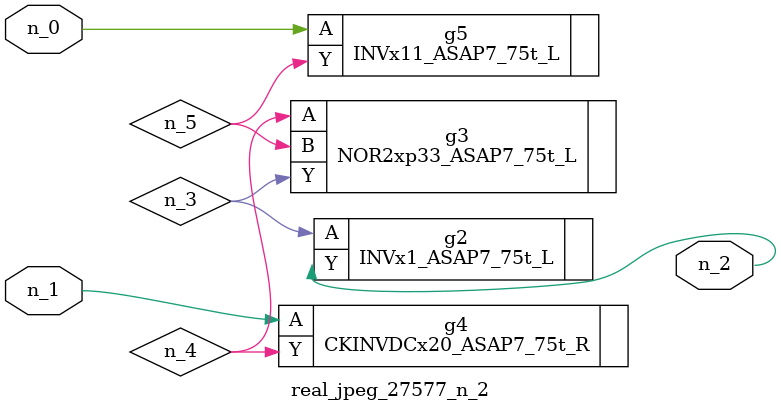
<source format=v>
module real_jpeg_27577_n_2 (n_1, n_0, n_2);

input n_1;
input n_0;

output n_2;

wire n_5;
wire n_4;
wire n_3;

INVx11_ASAP7_75t_L g5 ( 
.A(n_0),
.Y(n_5)
);

CKINVDCx20_ASAP7_75t_R g4 ( 
.A(n_1),
.Y(n_4)
);

INVx1_ASAP7_75t_L g2 ( 
.A(n_3),
.Y(n_2)
);

NOR2xp33_ASAP7_75t_L g3 ( 
.A(n_4),
.B(n_5),
.Y(n_3)
);


endmodule
</source>
